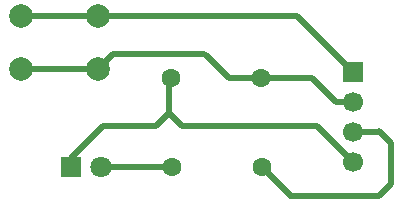
<source format=gtl>
%TF.GenerationSoftware,KiCad,Pcbnew,9.0.6*%
%TF.CreationDate,2025-12-25T12:08:50+01:00*%
%TF.ProjectId,mini_led_button,6d696e69-5f6c-4656-945f-627574746f6e,rev?*%
%TF.SameCoordinates,Original*%
%TF.FileFunction,Copper,L1,Top*%
%TF.FilePolarity,Positive*%
%FSLAX46Y46*%
G04 Gerber Fmt 4.6, Leading zero omitted, Abs format (unit mm)*
G04 Created by KiCad (PCBNEW 9.0.6) date 2025-12-25 12:08:50*
%MOMM*%
%LPD*%
G01*
G04 APERTURE LIST*
%TA.AperFunction,ComponentPad*%
%ADD10C,1.600000*%
%TD*%
%TA.AperFunction,ComponentPad*%
%ADD11C,2.000000*%
%TD*%
%TA.AperFunction,ComponentPad*%
%ADD12R,1.800000X1.800000*%
%TD*%
%TA.AperFunction,ComponentPad*%
%ADD13C,1.800000*%
%TD*%
%TA.AperFunction,ComponentPad*%
%ADD14R,1.700000X1.700000*%
%TD*%
%TA.AperFunction,ComponentPad*%
%ADD15C,1.700000*%
%TD*%
%TA.AperFunction,Conductor*%
%ADD16C,0.500000*%
%TD*%
%TA.AperFunction,Conductor*%
%ADD17C,0.200000*%
%TD*%
G04 APERTURE END LIST*
D10*
%TO.P,R1,1*%
%TO.N,/D_IN*%
X149310000Y-99000000D03*
%TO.P,R1,2*%
%TO.N,GND*%
X141690000Y-99000000D03*
%TD*%
D11*
%TO.P,SW1,1,1*%
%TO.N,VCC*%
X129060000Y-93750000D03*
X135560000Y-93750000D03*
%TO.P,SW1,2,2*%
%TO.N,/D_IN*%
X129060000Y-98250000D03*
X135560000Y-98250000D03*
%TD*%
D12*
%TO.P,D1,1,K*%
%TO.N,GND*%
X133270000Y-106500000D03*
D13*
%TO.P,D1,2,A*%
%TO.N,Net-(D1-A)*%
X135810000Y-106500000D03*
%TD*%
D10*
%TO.P,R2,1*%
%TO.N,Net-(D1-A)*%
X141810000Y-106500000D03*
%TO.P,R2,2*%
%TO.N,/D_OUT*%
X149430000Y-106500000D03*
%TD*%
D14*
%TO.P,J1,1,Pin_1*%
%TO.N,VCC*%
X157120000Y-98460000D03*
D15*
%TO.P,J1,2,Pin_2*%
%TO.N,/D_IN*%
X157120000Y-101000000D03*
%TO.P,J1,3,Pin_3*%
%TO.N,/D_OUT*%
X157120000Y-103540000D03*
%TO.P,J1,4,Pin_4*%
%TO.N,GND*%
X157120000Y-106080000D03*
%TD*%
D16*
%TO.N,Net-(D1-A)*%
X135810000Y-106500000D02*
X141810000Y-106500000D01*
%TO.N,GND*%
X157120000Y-106080000D02*
X154080000Y-103040000D01*
X142620000Y-103040000D02*
X141540000Y-101960000D01*
X133270000Y-105750000D02*
X133270000Y-105799000D01*
X140460000Y-103040000D02*
X135980000Y-103040000D01*
X141540000Y-101960000D02*
X141540000Y-99000000D01*
X154080000Y-103040000D02*
X142620000Y-103040000D01*
X141540000Y-101960000D02*
X140460000Y-103040000D01*
X135980000Y-103040000D02*
X133270000Y-105750000D01*
%TO.N,VCC*%
X152410000Y-93750000D02*
X157120000Y-98460000D01*
X152410000Y-93750000D02*
X135560000Y-93750000D01*
X135560000Y-93750000D02*
X129060000Y-93750000D01*
%TO.N,/D_IN*%
X144540000Y-96980000D02*
X136830000Y-96980000D01*
X157120000Y-101000000D02*
X155660000Y-101000000D01*
X144600000Y-97040000D02*
X144540000Y-96980000D01*
X146620000Y-99000000D02*
X149310000Y-99000000D01*
X144660000Y-97040000D02*
X144600000Y-97040000D01*
X136830000Y-96980000D02*
X135560000Y-98250000D01*
X146620000Y-99000000D02*
X144660000Y-97040000D01*
X155660000Y-101000000D02*
X153660000Y-99000000D01*
X153660000Y-99000000D02*
X149310000Y-99000000D01*
X135560000Y-98250000D02*
X129060000Y-98250000D01*
D17*
%TO.N,/D_OUT*%
X157770000Y-103540000D02*
X157810000Y-103500000D01*
X151810000Y-109000000D02*
X151810000Y-108880000D01*
D16*
X151810000Y-108880000D02*
X149430000Y-106500000D01*
X160310000Y-104500000D02*
X160310000Y-108000000D01*
D17*
X159270000Y-103540000D02*
X159310000Y-103500000D01*
D16*
X159310000Y-103500000D02*
X160310000Y-104500000D01*
X157120000Y-103540000D02*
X159270000Y-103540000D01*
D17*
X157120000Y-103540000D02*
X157770000Y-103540000D01*
D16*
X159310000Y-109000000D02*
X151810000Y-109000000D01*
X160310000Y-108000000D02*
X159310000Y-109000000D01*
%TD*%
M02*

</source>
